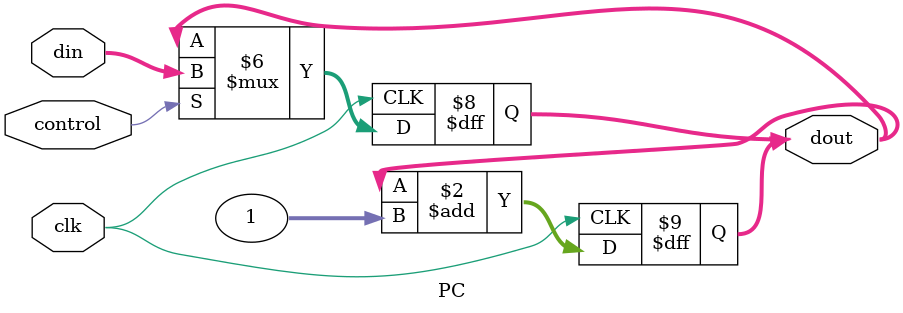
<source format=v>
`timescale 1ns / 1ps

module PC
(
    output reg [31:0] dout,
    input [31:0] din,
    input clk,
    input control
);

    always @ (posedge clk)
    begin
        dout <= dout + 1;
    end
    
    always @ (negedge clk)
    begin
        if (control == 1)
        begin
            dout <= din;
        end
    end;
    
    initial
    begin
        dout = 32'b11111111_11111111_11111111_11111111;
    end
endmodule

</source>
